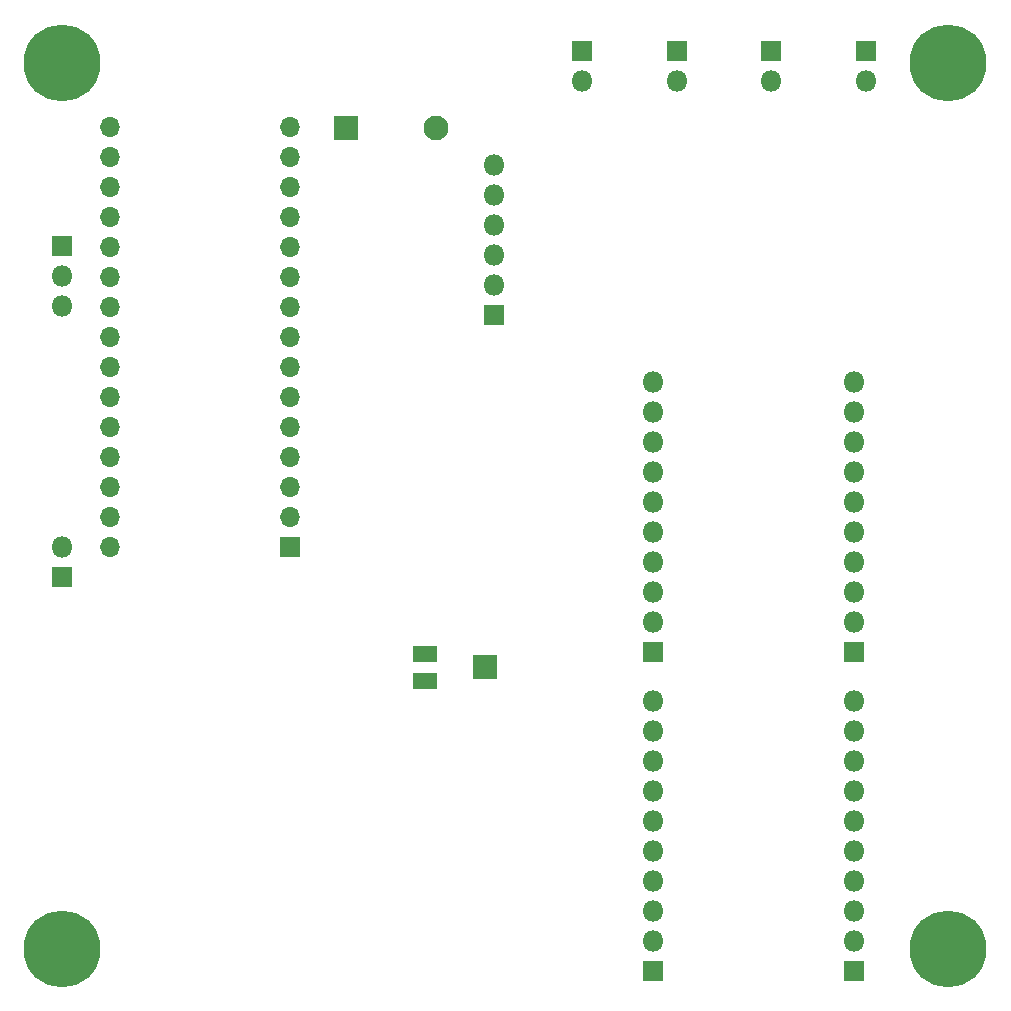
<source format=gbr>
%TF.GenerationSoftware,KiCad,Pcbnew,5.1.6-c6e7f7d~87~ubuntu18.04.1*%
%TF.CreationDate,2020-08-12T00:38:11-03:00*%
%TF.ProjectId,tfMainBoard,74664d61-696e-4426-9f61-72642e6b6963,Rev 1.0.0*%
%TF.SameCoordinates,Original*%
%TF.FileFunction,Soldermask,Top*%
%TF.FilePolarity,Negative*%
%FSLAX46Y46*%
G04 Gerber Fmt 4.6, Leading zero omitted, Abs format (unit mm)*
G04 Created by KiCad (PCBNEW 5.1.6-c6e7f7d~87~ubuntu18.04.1) date 2020-08-12 00:38:11*
%MOMM*%
%LPD*%
G01*
G04 APERTURE LIST*
%ADD10C,6.500000*%
%ADD11C,0.900000*%
%ADD12R,2.000000X1.400000*%
%ADD13R,2.000000X2.100000*%
%ADD14R,1.700000X1.700000*%
%ADD15O,1.700000X1.700000*%
%ADD16R,2.100000X2.100000*%
%ADD17C,2.100000*%
%ADD18O,1.800000X1.800000*%
%ADD19R,1.800000X1.800000*%
G04 APERTURE END LIST*
D10*
%TO.C,*%
X165000000Y-125000000D03*
D11*
X167400000Y-125000000D03*
X166697056Y-126697056D03*
X165000000Y-127400000D03*
X163302944Y-126697056D03*
X162600000Y-125000000D03*
X163302944Y-123302944D03*
X165000000Y-122600000D03*
X166697056Y-123302944D03*
%TD*%
D10*
%TO.C,*%
X90000000Y-125000000D03*
D11*
X92400000Y-125000000D03*
X91697056Y-126697056D03*
X90000000Y-127400000D03*
X88302944Y-126697056D03*
X87600000Y-125000000D03*
X88302944Y-123302944D03*
X90000000Y-122600000D03*
X91697056Y-123302944D03*
%TD*%
D10*
%TO.C,*%
X90000000Y-50000000D03*
D11*
X92400000Y-50000000D03*
X91697056Y-51697056D03*
X90000000Y-52400000D03*
X88302944Y-51697056D03*
X87600000Y-50000000D03*
X88302944Y-48302944D03*
X90000000Y-47600000D03*
X91697056Y-48302944D03*
%TD*%
%TO.C,*%
X166697056Y-48302944D03*
X165000000Y-47600000D03*
X163302944Y-48302944D03*
X162600000Y-50000000D03*
X163302944Y-51697056D03*
X165000000Y-52400000D03*
X166697056Y-51697056D03*
X167400000Y-50000000D03*
D10*
X165000000Y-50000000D03*
%TD*%
D12*
%TO.C,RV1*%
X120700000Y-100050000D03*
D13*
X125800000Y-101200000D03*
D12*
X120700000Y-102350000D03*
%TD*%
D14*
%TO.C,A1*%
X109240000Y-91000000D03*
D15*
X94000000Y-57980000D03*
X109240000Y-88460000D03*
X94000000Y-60520000D03*
X109240000Y-85920000D03*
X94000000Y-63060000D03*
X109240000Y-83380000D03*
X94000000Y-65600000D03*
X109240000Y-80840000D03*
X94000000Y-68140000D03*
X109240000Y-78300000D03*
X94000000Y-70680000D03*
X109240000Y-75760000D03*
X94000000Y-73220000D03*
X109240000Y-73220000D03*
X94000000Y-75760000D03*
X109240000Y-70680000D03*
X94000000Y-78300000D03*
X109240000Y-68140000D03*
X94000000Y-80840000D03*
X109240000Y-65600000D03*
X94000000Y-83380000D03*
X109240000Y-63060000D03*
X94000000Y-85920000D03*
X109240000Y-60520000D03*
X94000000Y-88460000D03*
X109240000Y-57980000D03*
X94000000Y-91000000D03*
X109240000Y-55440000D03*
X94000000Y-55440000D03*
%TD*%
D16*
%TO.C,BZ1*%
X114000000Y-55500000D03*
D17*
X121600000Y-55500000D03*
%TD*%
D18*
%TO.C,J1*%
X90000000Y-91000000D03*
D19*
X90000000Y-93540000D03*
%TD*%
D18*
%TO.C,J2*%
X140000000Y-104000000D03*
X140000000Y-106540000D03*
X140000000Y-109080000D03*
X140000000Y-111620000D03*
X140000000Y-114160000D03*
X140000000Y-116700000D03*
X140000000Y-119240000D03*
X140000000Y-121780000D03*
X140000000Y-124320000D03*
D19*
X140000000Y-126860000D03*
%TD*%
D18*
%TO.C,J3*%
X140000000Y-77000000D03*
X140000000Y-79540000D03*
X140000000Y-82080000D03*
X140000000Y-84620000D03*
X140000000Y-87160000D03*
X140000000Y-89700000D03*
X140000000Y-92240000D03*
X140000000Y-94780000D03*
X140000000Y-97320000D03*
D19*
X140000000Y-99860000D03*
%TD*%
%TO.C,J4*%
X157000000Y-126860000D03*
D18*
X157000000Y-124320000D03*
X157000000Y-121780000D03*
X157000000Y-119240000D03*
X157000000Y-116700000D03*
X157000000Y-114160000D03*
X157000000Y-111620000D03*
X157000000Y-109080000D03*
X157000000Y-106540000D03*
X157000000Y-104000000D03*
%TD*%
D19*
%TO.C,J5*%
X157000000Y-99860000D03*
D18*
X157000000Y-97320000D03*
X157000000Y-94780000D03*
X157000000Y-92240000D03*
X157000000Y-89700000D03*
X157000000Y-87160000D03*
X157000000Y-84620000D03*
X157000000Y-82080000D03*
X157000000Y-79540000D03*
X157000000Y-77000000D03*
%TD*%
D19*
%TO.C,J6*%
X90000000Y-65560000D03*
D18*
X90000000Y-68100000D03*
X90000000Y-70640000D03*
%TD*%
D19*
%TO.C,J7*%
X134000000Y-49000000D03*
D18*
X134000000Y-51540000D03*
%TD*%
%TO.C,J8*%
X142000000Y-51540000D03*
D19*
X142000000Y-49000000D03*
%TD*%
%TO.C,J9*%
X126500000Y-71400000D03*
D18*
X126500000Y-68860000D03*
X126500000Y-66320000D03*
X126500000Y-63780000D03*
X126500000Y-61240000D03*
X126500000Y-58700000D03*
%TD*%
D19*
%TO.C,J10*%
X150000000Y-49000000D03*
D18*
X150000000Y-51540000D03*
%TD*%
D19*
%TO.C,J11*%
X158000000Y-49000000D03*
D18*
X158000000Y-51540000D03*
%TD*%
M02*

</source>
